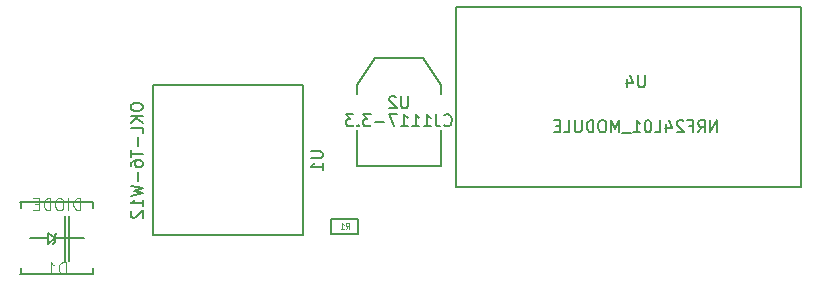
<source format=gbo>
G04 (created by PCBNEW (2013-07-07 BZR 4022)-stable) date 9/2/2014 10:05:09 AM*
%MOIN*%
G04 Gerber Fmt 3.4, Leading zero omitted, Abs format*
%FSLAX34Y34*%
G01*
G70*
G90*
G04 APERTURE LIST*
%ADD10C,0.00590551*%
%ADD11C,0.008*%
%ADD12C,0.005*%
%ADD13C,0.0045*%
%ADD14C,0.0047*%
G04 APERTURE END LIST*
G54D10*
G54D11*
X25000Y-13200D02*
X25000Y-14400D01*
X25000Y-14400D02*
X22200Y-14400D01*
X22200Y-14400D02*
X22200Y-13200D01*
X25000Y-12000D02*
X25000Y-11700D01*
X25000Y-11700D02*
X24400Y-10800D01*
X24400Y-10800D02*
X22800Y-10800D01*
X22800Y-10800D02*
X22200Y-11700D01*
X22200Y-11700D02*
X22200Y-12000D01*
G54D12*
X21350Y-16650D02*
X22250Y-16650D01*
X22250Y-16650D02*
X22250Y-16150D01*
X22250Y-16150D02*
X21350Y-16150D01*
X21350Y-16150D02*
X21350Y-16650D01*
G54D10*
X15400Y-16700D02*
X15400Y-11700D01*
X15400Y-11700D02*
X20400Y-11700D01*
X20400Y-11700D02*
X20400Y-16700D01*
X20400Y-16700D02*
X15400Y-16700D01*
X25500Y-15100D02*
X25500Y-9100D01*
X25500Y-9100D02*
X37000Y-9100D01*
X37000Y-9100D02*
X37000Y-15100D01*
X37000Y-15100D02*
X25500Y-15100D01*
X12600Y-16800D02*
X13100Y-16800D01*
X11900Y-16800D02*
X11300Y-16800D01*
X13400Y-15600D02*
X13400Y-15800D01*
X11000Y-15600D02*
X11000Y-15800D01*
X13400Y-18000D02*
X13400Y-17800D01*
X11000Y-18000D02*
X11000Y-17800D01*
G54D12*
X11900Y-16800D02*
X11820Y-16800D01*
X10983Y-18000D02*
X13416Y-18000D01*
X12460Y-16050D02*
X12460Y-17550D01*
X12590Y-16050D02*
X12590Y-17550D01*
X10983Y-15599D02*
X13416Y-15599D01*
X12150Y-16800D02*
X11900Y-16987D01*
X11900Y-16987D02*
X11900Y-16800D01*
X11900Y-16800D02*
X11900Y-16613D01*
X11900Y-16613D02*
X12150Y-16800D01*
X12150Y-16800D02*
X12150Y-16925D01*
X12150Y-16925D02*
X12088Y-16987D01*
X12150Y-16800D02*
X12150Y-16675D01*
X12150Y-16675D02*
X12212Y-16613D01*
X12150Y-16800D02*
X12587Y-16800D01*
G54D11*
X23904Y-12061D02*
X23904Y-12385D01*
X23885Y-12423D01*
X23866Y-12442D01*
X23828Y-12461D01*
X23752Y-12461D01*
X23714Y-12442D01*
X23695Y-12423D01*
X23676Y-12385D01*
X23676Y-12061D01*
X23504Y-12100D02*
X23485Y-12080D01*
X23447Y-12061D01*
X23352Y-12061D01*
X23314Y-12080D01*
X23295Y-12100D01*
X23276Y-12138D01*
X23276Y-12176D01*
X23295Y-12233D01*
X23523Y-12461D01*
X23276Y-12461D01*
X25114Y-13023D02*
X25133Y-13042D01*
X25190Y-13061D01*
X25228Y-13061D01*
X25285Y-13042D01*
X25323Y-13004D01*
X25342Y-12966D01*
X25361Y-12890D01*
X25361Y-12833D01*
X25342Y-12757D01*
X25323Y-12719D01*
X25285Y-12680D01*
X25228Y-12661D01*
X25190Y-12661D01*
X25133Y-12680D01*
X25114Y-12700D01*
X24828Y-12661D02*
X24828Y-12947D01*
X24847Y-13004D01*
X24885Y-13042D01*
X24942Y-13061D01*
X24980Y-13061D01*
X24428Y-13061D02*
X24657Y-13061D01*
X24542Y-13061D02*
X24542Y-12661D01*
X24580Y-12719D01*
X24619Y-12757D01*
X24657Y-12776D01*
X24047Y-13061D02*
X24276Y-13061D01*
X24161Y-13061D02*
X24161Y-12661D01*
X24200Y-12719D01*
X24238Y-12757D01*
X24276Y-12776D01*
X23666Y-13061D02*
X23895Y-13061D01*
X23780Y-13061D02*
X23780Y-12661D01*
X23819Y-12719D01*
X23857Y-12757D01*
X23895Y-12776D01*
X23533Y-12661D02*
X23266Y-12661D01*
X23438Y-13061D01*
X23114Y-12909D02*
X22809Y-12909D01*
X22657Y-12661D02*
X22409Y-12661D01*
X22542Y-12814D01*
X22485Y-12814D01*
X22447Y-12833D01*
X22428Y-12852D01*
X22409Y-12890D01*
X22409Y-12985D01*
X22428Y-13023D01*
X22447Y-13042D01*
X22485Y-13061D01*
X22600Y-13061D01*
X22638Y-13042D01*
X22657Y-13023D01*
X22238Y-13023D02*
X22219Y-13042D01*
X22238Y-13061D01*
X22257Y-13042D01*
X22238Y-13023D01*
X22238Y-13061D01*
X22085Y-12661D02*
X21838Y-12661D01*
X21971Y-12814D01*
X21914Y-12814D01*
X21876Y-12833D01*
X21857Y-12852D01*
X21838Y-12890D01*
X21838Y-12985D01*
X21857Y-13023D01*
X21876Y-13042D01*
X21914Y-13061D01*
X22028Y-13061D01*
X22066Y-13042D01*
X22085Y-13023D01*
G54D13*
X21830Y-16480D02*
X21890Y-16385D01*
X21932Y-16480D02*
X21932Y-16280D01*
X21864Y-16280D01*
X21847Y-16290D01*
X21838Y-16300D01*
X21830Y-16319D01*
X21830Y-16347D01*
X21838Y-16366D01*
X21847Y-16376D01*
X21864Y-16385D01*
X21932Y-16385D01*
X21658Y-16480D02*
X21761Y-16480D01*
X21710Y-16480D02*
X21710Y-16280D01*
X21727Y-16309D01*
X21744Y-16328D01*
X21761Y-16338D01*
G54D10*
X20665Y-13900D02*
X20984Y-13900D01*
X21021Y-13918D01*
X21040Y-13937D01*
X21059Y-13975D01*
X21059Y-14050D01*
X21040Y-14087D01*
X21021Y-14106D01*
X20984Y-14125D01*
X20665Y-14125D01*
X21059Y-14518D02*
X21059Y-14293D01*
X21059Y-14406D02*
X20665Y-14406D01*
X20721Y-14368D01*
X20759Y-14331D01*
X20778Y-14293D01*
X14665Y-12381D02*
X14665Y-12456D01*
X14684Y-12493D01*
X14721Y-12531D01*
X14796Y-12550D01*
X14928Y-12550D01*
X15003Y-12531D01*
X15040Y-12493D01*
X15059Y-12456D01*
X15059Y-12381D01*
X15040Y-12343D01*
X15003Y-12306D01*
X14928Y-12287D01*
X14796Y-12287D01*
X14721Y-12306D01*
X14684Y-12343D01*
X14665Y-12381D01*
X15059Y-12718D02*
X14665Y-12718D01*
X15059Y-12943D02*
X14834Y-12775D01*
X14665Y-12943D02*
X14890Y-12718D01*
X15059Y-13300D02*
X15059Y-13112D01*
X14665Y-13112D01*
X14909Y-13431D02*
X14909Y-13731D01*
X14665Y-13862D02*
X14665Y-14087D01*
X15059Y-13975D02*
X14665Y-13975D01*
X14665Y-14387D02*
X14665Y-14312D01*
X14684Y-14274D01*
X14703Y-14256D01*
X14759Y-14218D01*
X14834Y-14200D01*
X14984Y-14200D01*
X15021Y-14218D01*
X15040Y-14237D01*
X15059Y-14274D01*
X15059Y-14349D01*
X15040Y-14387D01*
X15021Y-14406D01*
X14984Y-14424D01*
X14890Y-14424D01*
X14853Y-14406D01*
X14834Y-14387D01*
X14815Y-14349D01*
X14815Y-14274D01*
X14834Y-14237D01*
X14853Y-14218D01*
X14890Y-14200D01*
X14909Y-14593D02*
X14909Y-14893D01*
X14665Y-15043D02*
X15059Y-15137D01*
X14778Y-15212D01*
X15059Y-15287D01*
X14665Y-15381D01*
X15059Y-15737D02*
X15059Y-15512D01*
X15059Y-15624D02*
X14665Y-15624D01*
X14721Y-15587D01*
X14759Y-15549D01*
X14778Y-15512D01*
X14703Y-15887D02*
X14684Y-15906D01*
X14665Y-15943D01*
X14665Y-16037D01*
X14684Y-16074D01*
X14703Y-16093D01*
X14740Y-16112D01*
X14778Y-16112D01*
X14834Y-16093D01*
X15059Y-15868D01*
X15059Y-16112D01*
X31799Y-11365D02*
X31799Y-11684D01*
X31781Y-11721D01*
X31762Y-11740D01*
X31724Y-11759D01*
X31649Y-11759D01*
X31612Y-11740D01*
X31593Y-11721D01*
X31574Y-11684D01*
X31574Y-11365D01*
X31218Y-11496D02*
X31218Y-11759D01*
X31312Y-11346D02*
X31406Y-11628D01*
X31162Y-11628D01*
X34209Y-13259D02*
X34209Y-12865D01*
X33984Y-13259D01*
X33984Y-12865D01*
X33571Y-13259D02*
X33702Y-13071D01*
X33796Y-13259D02*
X33796Y-12865D01*
X33646Y-12865D01*
X33609Y-12884D01*
X33590Y-12903D01*
X33571Y-12940D01*
X33571Y-12996D01*
X33590Y-13034D01*
X33609Y-13053D01*
X33646Y-13071D01*
X33796Y-13071D01*
X33271Y-13053D02*
X33402Y-13053D01*
X33402Y-13259D02*
X33402Y-12865D01*
X33215Y-12865D01*
X33084Y-12903D02*
X33065Y-12884D01*
X33027Y-12865D01*
X32934Y-12865D01*
X32896Y-12884D01*
X32877Y-12903D01*
X32859Y-12940D01*
X32859Y-12978D01*
X32877Y-13034D01*
X33102Y-13259D01*
X32859Y-13259D01*
X32521Y-12996D02*
X32521Y-13259D01*
X32615Y-12846D02*
X32709Y-13128D01*
X32465Y-13128D01*
X32128Y-13259D02*
X32315Y-13259D01*
X32315Y-12865D01*
X31921Y-12865D02*
X31884Y-12865D01*
X31846Y-12884D01*
X31828Y-12903D01*
X31809Y-12940D01*
X31790Y-13015D01*
X31790Y-13109D01*
X31809Y-13184D01*
X31828Y-13221D01*
X31846Y-13240D01*
X31884Y-13259D01*
X31921Y-13259D01*
X31959Y-13240D01*
X31978Y-13221D01*
X31996Y-13184D01*
X32015Y-13109D01*
X32015Y-13015D01*
X31996Y-12940D01*
X31978Y-12903D01*
X31959Y-12884D01*
X31921Y-12865D01*
X31415Y-13259D02*
X31640Y-13259D01*
X31528Y-13259D02*
X31528Y-12865D01*
X31565Y-12921D01*
X31603Y-12959D01*
X31640Y-12978D01*
X31340Y-13296D02*
X31040Y-13296D01*
X30946Y-13259D02*
X30946Y-12865D01*
X30815Y-13146D01*
X30684Y-12865D01*
X30684Y-13259D01*
X30422Y-12865D02*
X30347Y-12865D01*
X30309Y-12884D01*
X30272Y-12921D01*
X30253Y-12996D01*
X30253Y-13128D01*
X30272Y-13203D01*
X30309Y-13240D01*
X30347Y-13259D01*
X30422Y-13259D01*
X30459Y-13240D01*
X30497Y-13203D01*
X30515Y-13128D01*
X30515Y-12996D01*
X30497Y-12921D01*
X30459Y-12884D01*
X30422Y-12865D01*
X30084Y-13259D02*
X30084Y-12865D01*
X29990Y-12865D01*
X29934Y-12884D01*
X29897Y-12921D01*
X29878Y-12959D01*
X29859Y-13034D01*
X29859Y-13090D01*
X29878Y-13165D01*
X29897Y-13203D01*
X29934Y-13240D01*
X29990Y-13259D01*
X30084Y-13259D01*
X29690Y-12865D02*
X29690Y-13184D01*
X29672Y-13221D01*
X29653Y-13240D01*
X29615Y-13259D01*
X29540Y-13259D01*
X29503Y-13240D01*
X29484Y-13221D01*
X29465Y-13184D01*
X29465Y-12865D01*
X29090Y-13259D02*
X29278Y-13259D01*
X29278Y-12865D01*
X28959Y-13053D02*
X28828Y-13053D01*
X28772Y-13259D02*
X28959Y-13259D01*
X28959Y-12865D01*
X28772Y-12865D01*
G54D14*
X12490Y-17983D02*
X12490Y-17589D01*
X12397Y-17589D01*
X12340Y-17608D01*
X12303Y-17645D01*
X12284Y-17683D01*
X12265Y-17758D01*
X12265Y-17814D01*
X12284Y-17889D01*
X12303Y-17927D01*
X12340Y-17964D01*
X12397Y-17983D01*
X12490Y-17983D01*
X11890Y-17983D02*
X12115Y-17983D01*
X12003Y-17983D02*
X12003Y-17589D01*
X12040Y-17645D01*
X12078Y-17683D01*
X12115Y-17702D01*
X12978Y-15857D02*
X12978Y-15463D01*
X12884Y-15463D01*
X12828Y-15482D01*
X12790Y-15519D01*
X12772Y-15557D01*
X12753Y-15632D01*
X12753Y-15688D01*
X12772Y-15763D01*
X12790Y-15801D01*
X12828Y-15838D01*
X12884Y-15857D01*
X12978Y-15857D01*
X12584Y-15857D02*
X12584Y-15463D01*
X12321Y-15463D02*
X12246Y-15463D01*
X12209Y-15482D01*
X12171Y-15519D01*
X12153Y-15594D01*
X12153Y-15726D01*
X12171Y-15801D01*
X12209Y-15838D01*
X12246Y-15857D01*
X12321Y-15857D01*
X12359Y-15838D01*
X12397Y-15801D01*
X12415Y-15726D01*
X12415Y-15594D01*
X12397Y-15519D01*
X12359Y-15482D01*
X12321Y-15463D01*
X11984Y-15857D02*
X11984Y-15463D01*
X11890Y-15463D01*
X11834Y-15482D01*
X11796Y-15519D01*
X11777Y-15557D01*
X11759Y-15632D01*
X11759Y-15688D01*
X11777Y-15763D01*
X11796Y-15801D01*
X11834Y-15838D01*
X11890Y-15857D01*
X11984Y-15857D01*
X11590Y-15651D02*
X11458Y-15651D01*
X11402Y-15857D02*
X11590Y-15857D01*
X11590Y-15463D01*
X11402Y-15463D01*
M02*

</source>
